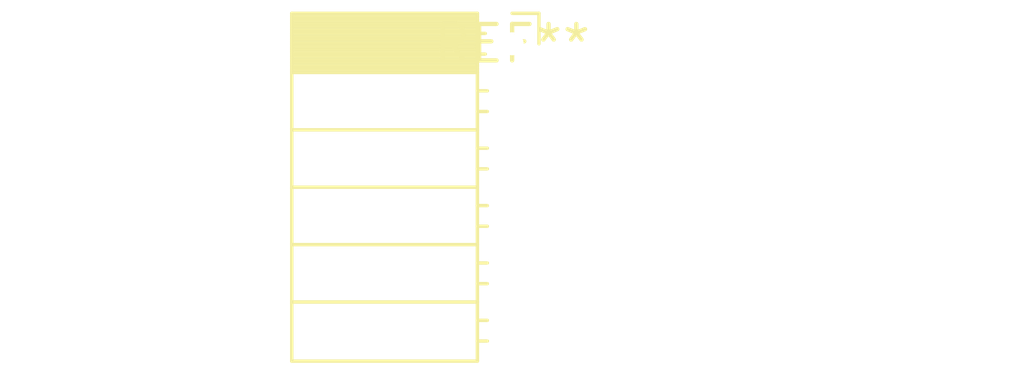
<source format=kicad_pcb>
(kicad_pcb (version 20240108) (generator pcbnew)
  (layers (0 "F.Cu" signal) (31 "B.Cu" signal) (34 "B.Paste" user) (35 "F.Paste" user) (36 "B.SilkS" user "B.Silkscreen") (37 "F.SilkS" user "F.Silkscreen") (38 "B.Mask" user) (39 "F.Mask" user) (44 "Edge.Cuts" user))
  (net 0 "")
  (footprint "PinSocket_1x06_P2.00mm_Horizontal" (layer "F.Cu") (at 0 0)
    (property "Reference" "REF**")
    (property "Value" "PinSocket_1x06_P2.00mm_Horizontal")
    (fp_line (start -7.68 -1.06) (end -7.68 11.06) (layer "F.SilkS") (stroke (width 0.12)))
    (fp_line (start -7.68 -1.06) (end -1.21 -1.06) (layer "F.SilkS") (stroke (width 0.12)))
    (fp_line (start -7.68 -0.94) (end -1.21 -0.94) (layer "F.SilkS") (stroke (width 0.12)))
    (fp_line (start -7.68 -0.825882) (end -1.21 -0.825882) (layer "F.SilkS") (stroke (width 0.12)))
    (fp_line (start -7.68 -0.711764) (end -1.21 -0.711764) (layer "F.SilkS") (stroke (width 0.12)))
    (fp_line (start -7.68 -0.597646) (end -1.21 -0.597646) (layer "F.SilkS") (stroke (width 0.12)))
    (fp_line (start -7.68 -0.483528) (end -1.21 -0.483528) (layer "F.SilkS") (stroke (width 0.12)))
    (fp_line (start -7.68 -0.36941) (end -1.21 -0.36941) (layer "F.SilkS") (stroke (width 0.12)))
    (fp_line (start -7.68 -0.255292) (end -1.21 -0.255292) (layer "F.SilkS") (stroke (width 0.12)))
    (fp_line (start -7.68 -0.141174) (end -1.21 -0.141174) (layer "F.SilkS") (stroke (width 0.12)))
    (fp_line (start -7.68 -0.027056) (end -1.21 -0.027056) (layer "F.SilkS") (stroke (width 0.12)))
    (fp_line (start -7.68 0.087062) (end -1.21 0.087062) (layer "F.SilkS") (stroke (width 0.12)))
    (fp_line (start -7.68 0.20118) (end -1.21 0.20118) (layer "F.SilkS") (stroke (width 0.12)))
    (fp_line (start -7.68 0.315298) (end -1.21 0.315298) (layer "F.SilkS") (stroke (width 0.12)))
    (fp_line (start -7.68 0.429416) (end -1.21 0.429416) (layer "F.SilkS") (stroke (width 0.12)))
    (fp_line (start -7.68 0.543534) (end -1.21 0.543534) (layer "F.SilkS") (stroke (width 0.12)))
    (fp_line (start -7.68 0.657652) (end -1.21 0.657652) (layer "F.SilkS") (stroke (width 0.12)))
    (fp_line (start -7.68 0.77177) (end -1.21 0.77177) (layer "F.SilkS") (stroke (width 0.12)))
    (fp_line (start -7.68 0.885888) (end -1.21 0.885888) (layer "F.SilkS") (stroke (width 0.12)))
    (fp_line (start -7.68 1) (end -1.21 1) (layer "F.SilkS") (stroke (width 0.12)))
    (fp_line (start -7.68 3) (end -1.21 3) (layer "F.SilkS") (stroke (width 0.12)))
    (fp_line (start -7.68 5) (end -1.21 5) (layer "F.SilkS") (stroke (width 0.12)))
    (fp_line (start -7.68 7) (end -1.21 7) (layer "F.SilkS") (stroke (width 0.12)))
    (fp_line (start -7.68 9) (end -1.21 9) (layer "F.SilkS") (stroke (width 0.12)))
    (fp_line (start -7.68 11.06) (end -1.21 11.06) (layer "F.SilkS") (stroke (width 0.12)))
    (fp_line (start -1.21 -1.06) (end -1.21 11.06) (layer "F.SilkS") (stroke (width 0.12)))
    (fp_line (start -1.21 -0.36) (end -0.935 -0.36) (layer "F.SilkS") (stroke (width 0.12)))
    (fp_line (start -1.21 0.36) (end -0.935 0.36) (layer "F.SilkS") (stroke (width 0.12)))
    (fp_line (start -1.21 1.64) (end -0.862917 1.64) (layer "F.SilkS") (stroke (width 0.12)))
    (fp_line (start -1.21 2.36) (end -0.862917 2.36) (layer "F.SilkS") (stroke (width 0.12)))
    (fp_line (start -1.21 3.64) (end -0.862917 3.64) (layer "F.SilkS") (stroke (width 0.12)))
    (fp_line (start -1.21 4.36) (end -0.862917 4.36) (layer "F.SilkS") (stroke (width 0.12)))
    (fp_line (start -1.21 5.64) (end -0.862917 5.64) (layer "F.SilkS") (stroke (width 0.12)))
    (fp_line (start -1.21 6.36) (end -0.862917 6.36) (layer "F.SilkS") (stroke (width 0.12)))
    (fp_line (start -1.21 7.64) (end -0.862917 7.64) (layer "F.SilkS") (stroke (width 0.12)))
    (fp_line (start -1.21 8.36) (end -0.862917 8.36) (layer "F.SilkS") (stroke (width 0.12)))
    (fp_line (start -1.21 9.64) (end -0.862917 9.64) (layer "F.SilkS") (stroke (width 0.12)))
    (fp_line (start -1.21 10.36) (end -0.862917 10.36) (layer "F.SilkS") (stroke (width 0.12)))
    (fp_line (start 0 -1.06) (end 0.935 -1.06) (layer "F.SilkS") (stroke (width 0.12)))
    (fp_line (start 0.935 -1.06) (end 0.935 0) (layer "F.SilkS") (stroke (width 0.12)))
    (pad "1" thru_hole rect (at 0 0) (size 1.35 1.35) (drill 0.8) (layers *.Cu *.Mask) (remove_unused_layers))
    (pad "2" thru_hole oval (at 0 2) (size 1.35 1.35) (drill 0.8) (layers *.Cu *.Mask) (remove_unused_layers))
    (pad "3" thru_hole oval (at 0 4) (size 1.35 1.35) (drill 0.8) (layers *.Cu *.Mask) (remove_unused_layers))
    (pad "4" thru_hole oval (at 0 6) (size 1.35 1.35) (drill 0.8) (layers *.Cu *.Mask) (remove_unused_layers))
    (pad "5" thru_hole oval (at 0 8) (size 1.35 1.35) (drill 0.8) (layers *.Cu *.Mask) (remove_unused_layers))
    (pad "6" thru_hole oval (at 0 10) (size 1.35 1.35) (drill 0.8) (layers *.Cu *.Mask) (remove_unused_layers))
  )
)
</source>
